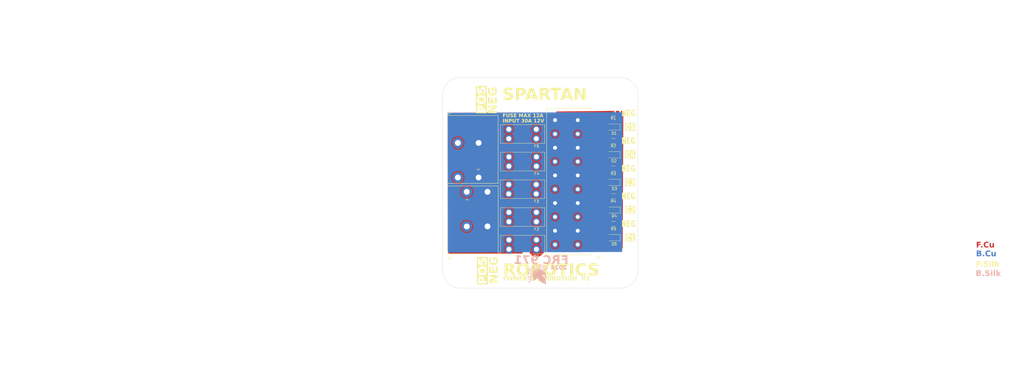
<source format=kicad_pcb>
(kicad_pcb (version 20240108) (generator "pcbnew") (generator_version "8.0")
  (title_block (title "Power Distribution Board") (date "2024-10-12") (rev "R2") (company "Spartan Robotics"))
  (layers (0 "F.Cu" signal) (31 "B.Cu" signal) (34 "B.Paste" user) (35 "F.Paste" user) (36 "B.SilkS" user "B.Silkscreen") (37 "F.SilkS" user "F.Silkscreen") (38 "B.Mask" user) (39 "F.Mask" user) (44 "Edge.Cuts" user))
  (net 0 "")
  (net 1 "Net-(D1-K)")
  (net 2 "/Fuse1")
  (net 3 "/Fuse2")
  (net 4 "/Fuse3")
  (net 5 "/Fuse4")
  (net 6 "/Fuse5")
  (net 7 "Net-(D2-K)")
  (net 8 "Net-(D3-K)")
  (net 9 "Net-(D4-K)")
  (net 10 "-BATT")
  (net 11 "Net-(D5-K)")
  (net 12 "+BATT")
  (footprint "Resistor_SMD:R_1206_3216Metric_Pad1.30x1.75mm_HandSolder" (layer "F.Cu") (at 234.164369 53.607572 180)
    (property "Reference" "R1" (at 0 -1.82 180) (layer "F.SilkS"))
    (property "Value" "1k")
    (pad "1" smd roundrect (at -1.55 0 180) (size 1.3 1.75) (layers "F.Cu" "F.Paste" "F.Mask") (roundrect_rratio 0.192308) (net 1 "Net-(D1-K)"))
    (pad "2" smd roundrect (at 1.55 0 180) (size 1.3 1.75) (layers "F.Cu" "F.Paste" "F.Mask") (roundrect_rratio 0.192308) (net 10 "-BATT"))
  )
  (footprint "Resistor_SMD:R_1206_3216Metric_Pad1.30x1.75mm_HandSolder" (layer "F.Cu") (at 234.164369 63.607572 180)
    (property "Reference" "R2" (at 0 -1.82 180) (layer "F.SilkS"))
    (property "Value" "1k")
    (pad "1" smd roundrect (at -1.55 0 180) (size 1.3 1.75) (layers "F.Cu" "F.Paste" "F.Mask") (roundrect_rratio 0.192308) (net 7 "Net-(D2-K)"))
    (pad "2" smd roundrect (at 1.55 0 180) (size 1.3 1.75) (layers "F.Cu" "F.Paste" "F.Mask") (roundrect_rratio 0.192308) (net 10 "-BATT"))
  )
  (footprint "Resistor_SMD:R_1206_3216Metric_Pad1.30x1.75mm_HandSolder" (layer "F.Cu") (at 234.186869 93.607572 180)
    (property "Reference" "R5" (at 0 -1.82 180) (layer "F.SilkS"))
    (property "Value" "1k")
    (pad "1" smd roundrect (at -1.55 0 180) (size 1.3 1.75) (layers "F.Cu" "F.Paste" "F.Mask") (roundrect_rratio 0.192308) (net 11 "Net-(D5-K)"))
    (pad "2" smd roundrect (at 1.55 0 180) (size 1.3 1.75) (layers "F.Cu" "F.Paste" "F.Mask") (roundrect_rratio 0.192308) (net 10 "-BATT"))
  )
  (footprint "MountingHole:MountingHole_2.2mm_M2_DIN965_Pad" (layer "F.Cu") (at 236.684891 46.992572)
    (property "Reference" "H5" (hide yes))
    (property "Value" "MountingHole")
    (pad "" np_thru_hole circle (at 0 0) (size 3.175 3.175) (drill 3.175) (layers "F&B.Cu" "*.Mask"))
  )
  (footprint "LED_SMD:LED_1206_3216Metric_Pad1.42x1.75mm_HandSolder" (layer "F.Cu") (at 234.124369 68.607572 180)
    (property "Reference" "D2" (at -0.26 -2.23 0) (layer "F.SilkS"))
    (property "Value" "QTLP651C4TR")
    (pad "1" smd roundrect (at -1.4875 0 180) (size 1.425 1.75) (layers "F.Cu" "F.Paste" "F.Mask") (roundrect_rratio 0.175439) (net 7 "Net-(D2-K)"))
    (pad "2" smd roundrect (at 1.4875 0 180) (size 1.425 1.75) (layers "F.Cu" "F.Paste" "F.Mask") (roundrect_rratio 0.175439) (net 5 "/Fuse4"))
  )
  (footprint "LED_SMD:LED_1206_3216Metric_Pad1.42x1.75mm_HandSolder" (layer "F.Cu") (at 234.164369 88.607572 180)
    (property "Reference" "D4" (at -0.3 -2.13 0) (layer "F.SilkS"))
    (property "Value" "QTLP651C4TR")
    (pad "1" smd roundrect (at -1.4875 0 180) (size 1.425 1.75) (layers "F.Cu" "F.Paste" "F.Mask") (roundrect_rratio 0.175439) (net 9 "Net-(D4-K)"))
    (pad "2" smd roundrect (at 1.4875 0 180) (size 1.425 1.75) (layers "F.Cu" "F.Paste" "F.Mask") (roundrect_rratio 0.175439) (net 3 "/Fuse2"))
  )
  (footprint "3568:FUSE_3568" (layer "F.Cu") (at 201.41337 101.083471 180)
    (property "Reference" "F1" (at -5.075 -4.385 180) (layer "F.SilkS"))
    (property "Value" "PolyFuse")
    (pad "1" thru_hole circle (at -4.96 -1.7 180) (size 3 3) (drill 1.8) (layers "*.Cu" "*.Mask") (net 2 "/Fuse1"))
    (pad "1" thru_hole circle (at -4.96 1.7 180) (size 3 3) (drill 1.8) (layers "*.Cu" "*.Mask") (net 2 "/Fuse1"))
    (pad "2" thru_hole circle (at 4.96 -1.7 180) (size 3 3) (drill 1.8) (layers "*.Cu" "*.Mask") (net 12 "+BATT"))
    (pad "2" thru_hole circle (at 4.96 1.7 180) (size 3 3) (drill 1.8) (layers "*.Cu" "*.Mask") (net 12 "+BATT"))
  )
  (footprint "Resistor_SMD:R_1206_3216Metric_Pad1.30x1.75mm_HandSolder" (layer "F.Cu") (at 234.164369 73.607572 180)
    (property "Reference" "R3" (at 0 -1.82 180) (layer "F.SilkS"))
    (property "Value" "1k")
    (pad "1" smd roundrect (at -1.55 0 180) (size 1.3 1.75) (layers "F.Cu" "F.Paste" "F.Mask") (roundrect_rratio 0.192308) (net 8 "Net-(D3-K)"))
    (pad "2" smd roundrect (at 1.55 0 180) (size 1.3 1.75) (layers "F.Cu" "F.Paste" "F.Mask") (roundrect_rratio 0.192308) (net 10 "-BATT"))
  )
  (footprint "MountingHole:MountingHole_2.2mm_M2_DIN965_Pad" (layer "F.Cu") (at 178.899369 46.992572)
    (property "Reference" "H1" (hide yes))
    (property "Value" "MountingHole")
    (pad "" np_thru_hole circle (at 0 0) (size 3.175 3.175) (drill 3.175) (layers "F&B.Cu" "*.Mask"))
  )
  (footprint "WAGO2PIN:2606-1102&slash_000-005" (layer "F.Cu") (at 183.344369 66.677572 180)
    (property "Reference" "J3" (at 8.89 13.335 180) (layer "F.SilkS"))
    (property "Value" "2606-1102" (hide yes))
    (pad "1" thru_hole circle (at -2.150001 -10.153899 180) (size 4 4) (drill 2.1082) (layers "*.Cu" "*.Mask") (net 10 "-BATT"))
    (pad "1" thru_hole circle (at -2.150001 2.346101 180) (size 4 4) (drill 2.1082) (layers "*.Cu" "*.Mask") (net 10 "-BATT"))
    (pad "2" thru_hole circle (at 5.349999 -10.153899 180) (size 4 4) (drill 2.1082) (layers "*.Cu" "*.Mask") (net 12 "+BATT"))
    (pad "2" thru_hole circle (at 5.349999 2.346101 180) (size 4 4) (drill 2.1082) (layers "*.Cu" "*.Mask") (net 12 "+BATT"))
  )
  (footprint "LED_SMD:LED_1206_3216Metric_Pad1.42x1.75mm_HandSolder" (layer "F.Cu") (at 234.124369 58.607572 180)
    (property "Reference" "D1" (at -0.32 -2.26 0) (layer "F.SilkS"))
    (property "Value" "QTLP651C4TR")
    (pad "1" smd roundrect (at -1.4875 0 180) (size 1.425 1.75) (layers "F.Cu" "F.Paste" "F.Mask") (roundrect_rratio 0.175439) (net 1 "Net-(D1-K)"))
    (pad "2" smd roundrect (at 1.4875 0 180) (size 1.425 1.75) (layers "F.Cu" "F.Paste" "F.Mask") (roundrect_rratio 0.175439) (net 6 "/Fuse5"))
  )
  (footprint "3568:FUSE_3568" (layer "F.Cu") (at 201.40337 91.123471 180)
    (property "Reference" "F2" (at -5.075 -4.385 180) (layer "F.SilkS"))
    (property "Value" "PolyFuse")
    (pad "1" thru_hole circle (at -4.96 -1.7 180) (size 3 3) (drill 1.8) (layers "*.Cu" "*.Mask") (net 3 "/Fuse2"))
    (pad "1" thru_hole circle (at -4.96 1.7 180) (size 3 3) (drill 1.8) (layers "*.Cu" "*.Mask") (net 3 "/Fuse2"))
    (pad "2" thru_hole circle (at 4.96 -1.7 180) (size 3 3) (drill 1.8) (layers "*.Cu" "*.Mask") (net 12 "+BATT"))
    (pad "2" thru_hole circle (at 4.96 1.7 180) (size 3 3) (drill 1.8) (layers "*.Cu" "*.Mask") (net 12 "+BATT"))
  )
  (footprint "WAGO10PIN:2604-1110" (layer "F.Cu") (at 213.093371 101.083475 90)
    (property "Reference" "J2" (at -4.707525 15.506629 180) (layer "F.SilkS"))
    (property "Value" "2604-1110" (hide yes))
    (pad "1" thru_hole circle (at 0.000001 0 90) (size 2.5 2.5) (drill 1.397) (layers "*.Cu" "*.Mask") (net 2 "/Fuse1"))
    (pad "1" thru_hole circle (at 0.000001 8.199999 90) (size 2.5 2.5) (drill 1.397) (layers "*.Cu" "*.Mask") (net 2 "/Fuse1"))
    (pad "2" thru_hole circle (at 5.000003 0 90) (size 2.5 2.5) (drill 1.397) (layers "*.Cu" "*.Mask") (net 10 "-BATT"))
    (pad "2" thru_hole circle (at 5.000003 8.199999 90) (size 2.5 2.5) (drill 1.397) (layers "*.Cu" "*.Mask") (net 10 "-BATT"))
    (pad "3" thru_hole circle (at 10.000004 0 90) (size 2.5 2.5) (drill 1.397) (layers "*.Cu" "*.Mask") (net 3 "/Fuse2"))
    (pad "3" thru_hole circle (at 10.000004 8.199999 90) (size 2.5 2.5) (drill 1.397) (layers "*.Cu" "*.Mask") (net 3 "/Fuse2"))
    (pad "4" thru_hole circle (at 15.000004 0 90) (size 2.5 2.5) (drill 1.397) (layers "*.Cu" "*.Mask") (net 10 "-BATT"))
    (pad "4" thru_hole circle (at 15.000004 8.199999 90) (size 2.5 2.5) (drill 1.397) (layers "*.Cu" "*.Mask") (net 10 "-BATT"))
    (pad "5" thru_hole circle (at 20.000004 0 90) (size 2.5 2.5) (drill 1.397) (layers "*.Cu" "*.Mask") (net 4 "/Fuse3"))
    (pad "5" thru_hole circle (at 20.000004 8.199999 90) (size 2.5 2.5) (drill 1.397) (layers "*.Cu" "*.Mask") (net 4 "/Fuse3"))
    (pad "6" thru_hole circle (at 25.000004 0 90) (size 2.5 2.5) (drill 1.397) (layers "*.Cu" "*.Mask") (net 10 "-BATT"))
    (pad "6" thru_hole circle (at 25.000004 8.199999 90) (size 2.5 2.5) (drill 1.397) (layers "*.Cu" "*.Mask") (net 10 "-BATT"))
    (pad "7" thru_hole circle (at 30.000004 0 90) (size 2.5 2.5) (drill 1.397) (layers "*.Cu" "*.Mask") (net 5 "/Fuse4"))
    (pad "7" thru_hole circle (at 30.000004 8.199999 90) (size 2.5 2.5) (drill 1.397) (layers "*.Cu" "*.Mask") (net 5 "/Fuse4"))
    (pad "8" thru_hole circle (at 35.000004 0 90) (size 2.5 2.5) (drill 1.397) (layers "*.Cu" "*.Mask") (net 10 "-BATT"))
    (pad "8" thru_hole circle (at 35.000004 8.199999 90) (size 2.5 2.5) (drill 1.397) (layers "*.Cu" "*.Mask") (net 10 "-BATT"))
    (pad "9" thru_hole circle (at 40.000004 0 90) (size 2.5 2.5) (drill 1.397) (layers "*.Cu" "*.Mask") (net 6 "/Fuse5"))
    (pad "9" thru_hole circle (at 40.000004 8.199999 90) (size 2.5 2.5) (drill 1.397) (layers "*.Cu" "*.Mask") (net 6 "/Fuse5"))
    (pad "10" thru_hole circle (at 45.000005 0 90) (size 2.5 2.5) (drill 1.397) (layers "*.Cu" "*.Mask") (net 10 "-BATT"))
    (pad "10" thru_hole circle (at 45.000005 8.199999 90) (size 2.5 2.5) (drill 1.397) (layers "*.Cu" "*.Mask") (net 10 "-BATT"))
  )
  (footprint "LED_SMD:LED_1206_3216Metric_Pad1.42x1.75mm_HandSolder" (layer "F.Cu") (at 234.184369 98.607572 180)
    (property "Reference" "D5" (at -0.27 -2.29 0) (layer "F.SilkS"))
    (property "Value" "QTLP651C4TR")
    (pad "1" smd roundrect (at -1.4875 0 180) (size 1.425 1.75) (layers "F.Cu" "F.Paste" "F.Mask") (roundrect_rratio 0.175439) (net 11 "Net-(D5-K)"))
    (pad "2" smd roundrect (at 1.4875 0 180) (size 1.425 1.75) (layers "F.Cu" "F.Paste" "F.Mask") (roundrect_rratio 0.175439) (net 2 "/Fuse1"))
  )
  (footprint "LED_SMD:LED_1206_3216Metric_Pad1.42x1.75mm_HandSolder" (layer "F.Cu") (at 234.164369 78.607572 180)
    (property "Reference" "D3" (at -0.35 -2.24 0) (layer "F.SilkS"))
    (property "Value" "QTLP651C4TR")
    (pad "1" smd roundrect (at -1.4875 0 180) (size 1.425 1.75) (layers "F.Cu" "F.Paste" "F.Mask") (roundrect_rratio 0.175439) (net 8 "Net-(D3-K)"))
    (pad "2" smd roundrect (at 1.4875 0 180) (size 1.425 1.75) (layers "F.Cu" "F.Paste" "F.Mask") (roundrect_rratio 0.175439) (net 4 "/Fuse3"))
  )
  (footprint "3568:FUSE_3568" (layer "F.Cu") (at 201.36337 61.103471 180)
    (property "Reference" "F5" (at -5.075 -4.385 180) (layer "F.SilkS"))
    (property "Value" "PolyFuse")
    (pad "1" thru_hole circle (at -4.96 -1.7 180) (size 3 3) (drill 1.8) (layers "*.Cu" "*.Mask") (net 6 "/Fuse5"))
    (pad "1" thru_hole circle (at -4.96 1.7 180) (size 3 3) (drill 1.8) (layers "*.Cu" "*.Mask") (net 6 "/Fuse5"))
    (pad "2" thru_hole circle (at 4.96 -1.7 180) (size 3 3) (drill 1.8) (layers "*.Cu" "*.Mask") (net 12 "+BATT"))
    (pad "2" thru_hole circle (at 4.96 1.7 180) (size 3 3) (drill 1.8) (layers "*.Cu" "*.Mask") (net 12 "+BATT"))
  )
  (footprint "3568:FUSE_3568" (layer "F.Cu") (at 201.33337 81.063471 180)
    (property "Reference" "F3" (at -5.075 -4.385 180) (layer "F.SilkS"))
    (property "Value" "PolyFuse")
    (pad "1" thru_hole circle (at -4.96 -1.7 180) (size 3 3) (drill 1.8) (layers "*.Cu" "*.Mask") (net 4 "/Fuse3"))
    (pad "1" thru_hole circle (at -4.96 1.7 180) (size 3 3) (drill 1.8) (layers "*.Cu" "*.Mask") (net 4 "/Fuse3"))
    (pad "2" thru_hole circle (at 4.96 -1.7 180) (size 3 3) (drill 1.8) (layers "*.Cu" "*.Mask") (net 12 "+BATT"))
    (pad "2" thru_hole circle (at 4.96 1.7 180) (size 3 3) (drill 1.8) (layers "*.Cu" "*.Mask") (net 12 "+BATT"))
  )
  (footprint "Resistor_SMD:R_1206_3216Metric_Pad1.30x1.75mm_HandSolder" (layer "F.Cu") (at 234.186869 83.607572 180)
    (property "Reference" "R4" (at 0 -1.82 180) (layer "F.SilkS"))
    (property "Value" "1k")
    (pad "1" smd roundrect (at -1.55 0 180) (size 1.3 1.75) (layers "F.Cu" "F.Paste" "F.Mask") (roundrect_rratio 0.192308) (net 9 "Net-(D4-K)"))
    (pad "2" smd roundrect (at 1.55 0 180) (size 1.3 1.75) (layers "F.Cu" "F.Paste" "F.Mask") (roundrect_rratio 0.192308) (net 10 "-BATT"))
  )
  (footprint "MountingHole:MountingHole_2.2mm_M2_DIN965_Pad" (layer "F.Cu") (at 178.899369 110.492831)
    (property "Reference" "H6" (hide yes))
    (property "Value" "MountingHole")
    (pad "" np_thru_hole circle (at 0 0) (size 3.175 3.175) (drill 3.175) (layers "F&B.Cu" "*.Mask"))
  )
  (footprint "MountingHole:MountingHole_2.2mm_M2_DIN965_Pad" (layer "F.Cu") (at 236.684891 110.492831)
    (property "Reference" "H2" (hide yes))
    (property "Value" "MountingHole")
    (pad "" np_thru_hole circle (at 0 0) (size 3.175 3.175) (drill 3.175) (layers "F&B.Cu" "*.Mask"))
  )
  (footprint "3568:FUSE_3568" (layer "F.Cu") (at 201.40337 71.073471 180)
    (property "Reference" "F4" (at -5.075 -4.385 180) (layer "F.SilkS"))
    (property "Value" "PolyFuse")
    (pad "1" thru_hole circle (at -4.96 -1.7 180) (size 3 3) (drill 1.8) (layers "*.Cu" "*.Mask") (net 5 "/Fuse4"))
    (pad "1" thru_hole circle (at -4.96 1.7 180) (size 3 3) (drill 1.8) (layers "*.Cu" "*.Mask") (net 5 "/Fuse4"))
    (pad "2" thru_hole circle (at 4.96 -1.7 180) (size 3 3) (drill 1.8) (layers "*.Cu" "*.Mask") (net 12 "+BATT"))
    (pad "2" thru_hole circle (at 4.96 1.7 180) (size 3 3) (drill 1.8) (layers "*.Cu" "*.Mask") (net 12 "+BATT"))
  )
  (footprint "WAGO2PIN:2606-1102&slash_000-005" (layer "F.Cu") (at 183.344369 92.077572)
    (property "Reference" "J1" (at -8.255 13.97 0) (layer "F.SilkS"))
    (property "Value" "2606-1102" (hide yes))
    (pad "1" thru_hole circle (at -2.133601 -10.0584) (size 4 4) (drill 2.1082) (layers "*.Cu" "*.Mask") (net 12 "+BATT"))
    (pad "1" thru_hole circle (at -2.133601 2.4416) (size 4 4) (drill 2.1082) (layers "*.Cu" "*.Mask") (net 12 "+BATT"))
    (pad "2" thru_hole circle (at 5.366399 -10.0584) (size 4 4) (drill 2.1082) (layers "*.Cu" "*.Mask") (net 10 "-BATT"))
    (pad "2" thru_hole circle (at 5.366399 2.4416) (size 4 4) (drill 2.1082) (layers "*.Cu" "*.Mask") (net 10 "-BATT"))
  )
  (footprint "LOGO" (layer "B.Cu") (at 206.839369 111.762572 180)
    (property "Reference" "G***" (hide yes))
    (property "Value" "LOGO" (hide yes))
  )
  (footprint "LOGO" (layer "B.Cu") (at 208.153 45.847 180)
    (property "Reference" "G***" (hide yes))
    (property "Value" "LOGO" (hide yes))
  )
  (gr_arc (start 243.034369 110.492572) (mid 241.174497 114.982699) (end 236.684369 116.842572) (stroke (width 0.1)) (layer "Edge.Cuts"))
  (gr_line (start 178.899369 40.642572) (end 236.684369 40.642572) (stroke (width 0.1)) (layer "Edge.Cuts"))
  (gr_arc (start 236.684369 40.642572) (mid 241.174498 42.502443) (end 243.034369 46.992572) (stroke (width 0.1)) (layer "Edge.Cuts"))
  (gr_line (start 236.684369 116.842572) (end 178.899369 116.842572) (stroke (width 0.1)) (layer "Edge.Cuts"))
  (gr_arc (start 178.899369 116.842572) (mid 174.409242 114.982699) (end 172.549369 110.492572) (stroke (width 0.1)) (layer "Edge.Cuts"))
  (gr_line (start 172.549369 110.492572) (end 172.549369 46.992572) (stroke (width 0.1)) (layer "Edge.Cuts"))
  (gr_arc (start 172.549369 46.992572) (mid 174.40924 42.502443) (end 178.899369 40.642572) (stroke (width 0.1)) (layer "Edge.Cuts"))
  (gr_line (start 243.034369 46.992572) (end 243.034369 110.492572) (stroke (width 0.1)) (layer "Edge.Cuts"))
  (gr_text "F.Cu\n" (at 365.125 102.489 0) (layer "F.Cu") (effects (font (size 2.032 2.032) (thickness 0.3) (bold yes)) (justify left bottom)))
  (gr_text "B.Cu\n" (at 365.125 105.664 0) (layer "B.Cu") (effects (font (size 2.032 2.032) (thickness 0.3) (bold yes)) (justify left bottom)))
  (gr_text "2024" (at 214.503 110.363 0) (layer "B.SilkS") (effects (font (size 1.524 1.524) (thickness 0.225) (bold yes)) (justify bottom mirror)))
  (gr_text "FRC 971" (at 208.109369 108.587572 0) (layer "B.SilkS") (effects (font (size 3.048 3.048) (thickness 0.3) (bold yes)) (justify bottom mirror)))
  (gr_text "B.Silk" (at 364.993 112.776 0) (layer "B.SilkS") (effects (font (size 2.032 2.032) (thickness 0.3) (bold yes)) (justify left bottom)))
  (gr_text "NEG" (at 242.399369 84.772572 0) (layer "F.SilkS") (effects (font (size 2 1.7) (thickness 0.425) (bold yes)) (justify right bottom)))
  (gr_text "POWER DISTRIBUTION  V2\n" (at 210.014369 114.302572 0) (layer "F.SilkS") (effects (font (size 1.524 1.524) (thickness 0.225) (bold yes)) (justify bottom)))
  (gr_text "NEG" (at 242.399369 74.782572 0) (layer "F.SilkS") (effects (font (size 2 1.7) (thickness 0.425) (bold yes)) (justify right bottom)))
  (gr_text " ROBOTICS" (at 210.649369 113.032572 0) (layer "F.SilkS") (effects (font (size 4.318 4.318) (thickness 0.25) (bold yes) (italic yes)) (justify bottom)))
  (gr_text "NEG" (at 242.399369 94.772572 0) (layer "F.SilkS") (effects (font (size 2 1.7) (thickness 0.425) (bold yes)) (justify right bottom)))
  (gr_text "FUSE MAX 12A" (at 194.139369 55.247572 0) (layer "F.SilkS") (effects (font (size 1.27 1.27) (thickness 0.254) (bold yes)) (justify left bottom)))
  (gr_text "POS\n" (at 188.932369 105.666572 90) (layer "F.SilkS" knockout) (effects (font (size 3.048 3.048) (thickness 0.762) (bold yes)) (justify right bottom)))
  (gr_text "C2" (at 242.189369 89.762572 0) (layer "F.SilkS" knockout) (effects (font (size 2 1.7) (thickness 0.425) (bold yes)) (justify right bottom)))
  (gr_text "NEG\n" (at 242.399369 64.772572 0) (layer "F.SilkS") (effects (font (size 2 1.7) (thickness 0.425) (bold yes)) (justify right bottom)))
  (gr_text "NEG" (at 192.539169 53.977572 90) (layer "F.SilkS") (effects (font (size 3.048 3.048) (thickness 0.762) (bold yes)) (justify left bottom)))
  (gr_text "POS\n" (at 188.551369 53.596572 90) (layer "F.SilkS" knockout) (effects (font (size 3.048 3.048) (thickness 0.762) (bold yes)) (justify left bottom)))
  (gr_text "C5" (at 242.179369 59.762572 0) (layer "F.SilkS" knockout) (effects (font (size 2 1.7) (thickness 0.425) (bold yes)) (justify right bottom)))
  (gr_text "NEG" (at 242.399369 54.762572 0) (layer "F.SilkS") (effects (font (size 2 1.7) (thickness 0.425) (bold yes)) (justify right bottom)))
  (gr_text "INPUT 30A 12V\n" (at 194.139369 57.152572 0) (layer "F.SilkS") (effects (font (size 1.27 1.27) (thickness 0.3175) (bold yes)) (justify left bottom)))
  (gr_text "C3\n" (at 242.179369 79.772572 0) (layer "F.SilkS" knockout) (effects (font (size 2 1.7) (thickness 0.425) (bold yes)) (justify right bottom)))
  (gr_text "C1\n" (at 242.179369 99.772572 0) (layer "F.SilkS" knockout) (effects (font (size 2 1.7) (thickness 0.425) (bold yes)) (justify right bottom)))
  (gr_text "SPARTAN\n" (at 209.379369 49.532572 0) (layer "F.SilkS") (effects (font (size 4.318 4.318) (thickness 0.15) (italic yes)) (justify bottom)))
  (gr_text "C4" (at 242.179369 69.772572 0) (layer "F.SilkS" knockout) (effects (font (size 2 1.7) (thickness 0.425) (bold yes)) (justify right bottom)))
  (gr_text "NEG" (at 192.920169 105.285572 90) (layer "F.SilkS") (effects (font (size 3.048 3.048) (thickness 0.762) (bold yes)) (justify right bottom)))
  (gr_text "F.Silk" (at 365.125 109.474 0) (layer "F.SilkS") (effects (font (size 2.032 2.032) (thickness 0.3) (bold yes)) (justify left bottom)))
  (segment (start 235.651869 53.607572) (end 235.651869 58.567572) (width 0.508) (layer "F.Cu") (net 1))
  (segment (start 235.651869 58.567572) (end 235.611869 58.607572) (width 0.508) (layer "F.Cu") (net 1))
  (segment (start 221.29337 101.083474) (end 213.093371 101.083474) (width 5.5) (layer "F.Cu") (net 2))
  (segment (start 221.29337 101.083474) (end 226.968467 101.083474) (width 0.508) (layer "F.Cu") (net 2))
  (segment (start 206.37337 99.383471) (end 206.37337 102.783471) (width 5.5) (layer "F.Cu") (net 2))
  (segment (start 208.073367 101.083474) (end 208.073373 101.083474) (width 5.5) (layer "F.Cu") (net 2))
  (segment (start 206.37337 102.783471) (end 208.073367 101.083474) (width 5.5) (layer "F.Cu") (net 2))
  (segment (start 226.968467 101.083474) (end 229.454369 98.597572) (width 0.508) (layer "F.Cu") (net 2))
  (segment (start 232.686869 98.597572) (end 232.696869 98.607572) (width 0.508) (layer "F.Cu") (net 2))
  (segment (start 208.073373 101.083474) (end 206.37337 99.383471) (width 5.5) (layer "F.Cu") (net 2))
  (segment (start 213.093371 101.083474) (end 208.073373 101.083474) (width 5.5) (layer "F.Cu") (net 2))
  (segment (start 229.454369 98.597572) (end 232.686869 98.597572) (width 0.508) (layer "F.Cu") (net 2))
  (segment (start 232.700268 98.583471) (end 232.724369 98.607572) (width 0.508) (layer "F.Cu") (net 2))
  (segment (start 208.10337 91.083471) (end 206.36337 92.823471) (width 5.5) (layer "F.Cu") (net 3))
  (segment (start 221.27712 91.123474) (end 226.952217 91.123474) (width 0.508) (layer "F.Cu") (net 3))
  (segment (start 213.093371 91.083471) (end 208.10337 91.083471) (width 5.5) (layer "F.Cu") (net 3))
  (segment (start 232.700268 88.583471) (end 232.724369 88.607572) (width 0.508) (layer "F.Cu") (net 3))
  (segment (start 229.438119 88.637572) (end 232.670619 88.637572) (width 0.508) (layer "F.Cu") (net 3))
  (segment (start 213.093371 91.083471) (end 221.29337 91.083471) (width 5.5) (layer "F.Cu") (net 3))
  (segment (start 208.02337 91.083471) (end 206.36337 89.423471) (width 5.5) (layer "F.Cu") (net 3))
  (segment (start 213.093371 91.083471) (end 208.02337 91.083471) (width 5.5) (layer "F.Cu") (net 3))
  (segment (start 206.36337 89.423471) (end 206.36337 92.823471) (width 5.5) (layer "F.Cu") (net 3))
  (segment (start 226.952217 91.123474) (end 229.438119 88.637572) (width 0.508) (layer "F.Cu") (net 3))
  (segment (start 208.01337 81.083471) (end 206.29337 79.363471) (width 5.5) (layer "F.Cu") (net 4))
  (segment (start 229.428119 78.607572) (end 232.660619 78.607572) (width 0.508) (layer "F.Cu") (net 4))
  (segment (start 206.29337 79.363471) (end 206.29337 82.763471) (width 5.5) (layer "F.Cu") (net 4))
  (segment (start 213.093371 81.083471) (end 207.97337 81.083471) (width 5.5) (layer "F.Cu") (net 4))
  (segment (start 207.97337 81.083471) (end 206.29337 82.763471) (width 5.5) (layer "F.Cu") (net 4))
  (segment (start 213.093371 81.083471) (end 221.29337 81.083471) (width 5.5) (layer "F.Cu") (net 4))
  (segment (start 221.26712 81.093474) (end 226.942217 81.093474) (width 0.508) (layer "F.Cu") (net 4))
  (segment (start 213.093371 81.083471) (end 208.01337 81.083471) (width 5.5) (layer "F.Cu") (net 4))
  (segment (start 232.700268 78.583471) (end 232.724369 78.607572) (width 0.508) (layer "F.Cu") (net 4))
  (segment (start 226.942217 81.093474) (end 229.428119 78.607572) (width 0.508) (layer "F.Cu") (net 4))
  (segment (start 208.05337 71.083471) (end 206.36337 72.773471) (width 5.5) (layer "F.Cu") (net 5))
  (segment (start 213.093371 71.083471) (end 208.05337 71.083471) (width 5.5) (layer "F.Cu") (net 5))
  (segment (start 226.922217 71.103474) (end 229.408119 68.617572) (width 0.508) (layer "F.Cu") (net 5))
  (segment (start 213.093371 71.083471) (end 221.29337 71.083471) (width 5.5) (layer "F.Cu") (net 5))
  (segment (start 221.24712 71.103474) (end 226.922217 71.103474) (width 0.508) (layer "F.Cu") (net 5))
  (segment (start 208.07337 71.083471) (end 206.36337 69.373471) (width 5.5) (layer "F.Cu") (net 5))
  (segment (start 206.36337 72.773471) (end 206.36337 69.373471) (width 5.5) (layer "F.Cu") (net 5))
  (segment (start 232.700268 68.583471) (end 232.724369 68.607572) (width 0.508) (layer "F.Cu") (net 5))
  (segment (start 229.408119 68.617572) (end 232.640619 68.617572) (width 0.508) (layer "F.Cu") (net 5))
  (segment (start 213.093371 71.083471) (end 208.07337 71.083471) (width 5.5) (layer "F.Cu") (net 5))
  (segment (start 232.700268 58.583471) (end 232.724369 58.607572) (width 0.508) (layer "F.Cu") (net 6))
  (segment (start 213.093371 61.083471) (end 221.29337 61.083471) (width 5.5) (layer "F.Cu") (net 6))
  (segment (start 226.852217 61.123474) (end 229.338119 58.637572) (width 0.508) (layer "F.Cu") (net 6))
  (segment (start 221.17712 61.123474) (end 226.852217 61.123474) (width 0.508) (layer "F.Cu") (net 6))
  (segment (start 213.093371 61.083471) (end 208.00337 61.083471) (width 5.5) (layer "F.Cu") (net 6))
  (segment (start 208.00337 61.083471) (end 206.32337 59.403471) (width 5.5) (layer "F.Cu") (net 6))
  (segment (start 208.04337 61.083471) (end 206.32337 62.803471) (width 5.5) (layer "F.Cu") (net 6))
  (segment (start 206.32337 59.403471) (end 206.32337 62.803471) (width 5.5) (layer "F.Cu") (net 6))
  (segment (start 213.093371 61.083471) (end 208.04337 61.083471) (width 5.5) (layer "F.Cu") (net 6))
  (segment (start 229.338119 58.637572) (end 232.570619 58.637572) (width 0.508) (layer "F.Cu") (net 6))
  (segment (start 235.651869 63.607572) (end 235.651869 68.567572) (width 0.508) (layer "F.Cu") (net 7))
  (segment (start 235.651869 68.567572) (end 235.611869 68.607572) (width 0.508) (layer "F.Cu") (net 7))
  (segment (start 235.651869 73.607572) (end 235.651869 78.607572) (width 0.508) (layer "F.Cu") (net 8))
  (segment (start 235.674369 88.585072) (end 235.651869 88.607572) (width 0.508) (layer "F.Cu") (net 9))
  (segment (start 235.674369 83.607572) (end 235.674369 88.585072) (width 0.508) (layer "F.Cu") (net 9))
  (segment (start 235.674369 98.605072) (end 235.671869 98.607572) (width 0.508) (layer "F.Cu") (net 11))
  (segment (start 235.674369 93.607572) (end 235.674369 98.605072) (width 0.508) (layer "F.Cu") (net 11))
  (zone (net 10) (net_name "-BATT") (layer "F.Cu") (connect_pads yes (clearance 0.508)) (min_thickness 0.25) (fill yes (thermal_gap 0.635) (thermal_bridge_width 1.016))
    (polygon (pts (xy 213.524369 102.788464) (xy 237.534369 102.538464) (xy 237.754369 52.708464) (xy 213.544369 52.968464)))
  )
  (zone (net 12) (net_name "+BATT") (layer "F.Cu") (connect_pads yes (clearance 0.508)) (min_thickness 0.25) (fill yes (thermal_gap 0.635) (thermal_bridge_width 1.016))
    (polygon (pts (xy 174.568544 104.338464) (xy 201.378544 104.318464) (xy 201.478544 53.398464) (xy 174.468544 53.428464)))
  )
  (zone (net 10) (net_name "-BATT") (layer "B.Cu") (connect_pads yes (clearance 0.381)) (min_thickness 0.25) (fill yes (thermal_gap 0.635) (thermal_bridge_width 1.016))
    (polygon (pts (xy 174.37337 103.943471) (xy 237.31337 103.753471) (xy 237.46337 53.233471) (xy 174.32337 53.433471)))
  )
)
</source>
